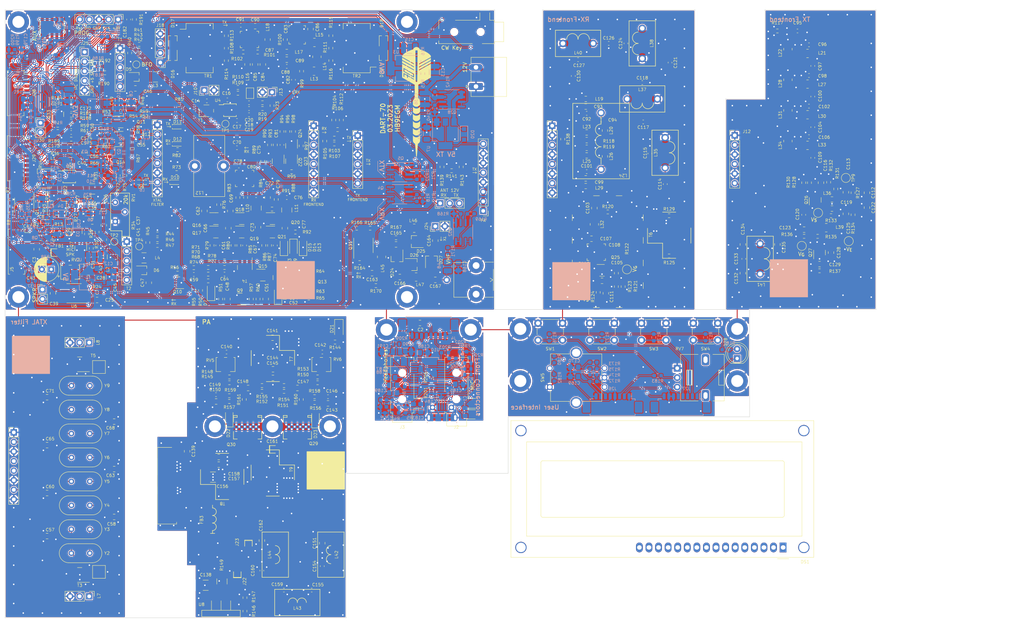
<source format=kicad_pcb>
(kicad_pcb (version 20211014) (generator pcbnew)

  (general
    (thickness 1.6)
  )

  (paper "A4")
  (title_block
    (title "DART-70 TRX")
    (date "2023-03-04")
    (rev "0")
    (company "HB9EGM")
  )

  (layers
    (0 "F.Cu" signal)
    (31 "B.Cu" signal)
    (32 "B.Adhes" user "B.Adhesive")
    (33 "F.Adhes" user "F.Adhesive")
    (34 "B.Paste" user)
    (35 "F.Paste" user)
    (36 "B.SilkS" user "B.Silkscreen")
    (37 "F.SilkS" user "F.Silkscreen")
    (38 "B.Mask" user)
    (39 "F.Mask" user)
    (40 "Dwgs.User" user "User.Drawings")
    (41 "Cmts.User" user "User.Comments")
    (42 "Eco1.User" user "User.Eco1")
    (43 "Eco2.User" user "User.Eco2")
    (44 "Edge.Cuts" user)
    (45 "Margin" user)
    (46 "B.CrtYd" user "B.Courtyard")
    (47 "F.CrtYd" user "F.Courtyard")
    (48 "B.Fab" user)
    (49 "F.Fab" user)
    (50 "User.1" user)
    (51 "User.2" user)
    (52 "User.3" user)
    (53 "User.4" user)
    (54 "User.5" user)
    (55 "User.6" user)
    (56 "User.7" user)
    (57 "User.8" user)
    (58 "User.9" user)
  )

  (setup
    (stackup
      (layer "F.SilkS" (type "Top Silk Screen"))
      (layer "F.Paste" (type "Top Solder Paste"))
      (layer "F.Mask" (type "Top Solder Mask") (thickness 0.01))
      (layer "F.Cu" (type "copper") (thickness 0.035))
      (layer "dielectric 1" (type "core") (thickness 1.51) (material "FR4") (epsilon_r 4.5) (loss_tangent 0.02))
      (layer "B.Cu" (type "copper") (thickness 0.035))
      (layer "B.Mask" (type "Bottom Solder Mask") (thickness 0.01))
      (layer "B.Paste" (type "Bottom Solder Paste"))
      (layer "B.SilkS" (type "Bottom Silk Screen"))
      (copper_finish "None")
      (dielectric_constraints no)
    )
    (pad_to_mask_clearance 0)
    (pcbplotparams
      (layerselection 0x0000130_ffffffff)
      (disableapertmacros false)
      (usegerberextensions false)
      (usegerberattributes true)
      (usegerberadvancedattributes true)
      (creategerberjobfile true)
      (svguseinch false)
      (svgprecision 6)
      (excludeedgelayer true)
      (plotframeref false)
      (viasonmask false)
      (mode 1)
      (useauxorigin false)
      (hpglpennumber 1)
      (hpglpenspeed 20)
      (hpglpendiameter 15.000000)
      (dxfpolygonmode true)
      (dxfimperialunits true)
      (dxfusepcbnewfont true)
      (psnegative false)
      (psa4output false)
      (plotreference true)
      (plotvalue true)
      (plotinvisibletext false)
      (sketchpadsonfab false)
      (subtractmaskfromsilk false)
      (outputformat 5)
      (mirror false)
      (drillshape 0)
      (scaleselection 1)
      (outputdirectory "out")
    )
  )

  (net 0 "")
  (net 1 "+12V")
  (net 2 "GND")
  (net 3 "Net-(C1-Pad1)")
  (net 4 "Net-(C3-Pad1)")
  (net 5 "+9VA")
  (net 6 "/MIC")
  (net 7 "Net-(C6-Pad2)")
  (net 8 "+5VA")
  (net 9 "Net-(C1-Pad2)")
  (net 10 "Net-(C2-Pad2)")
  (net 11 "Net-(C4-Pad1)")
  (net 12 "Net-(C14-Pad1)")
  (net 13 "Net-(C14-Pad2)")
  (net 14 "Net-(C15-Pad1)")
  (net 15 "/BFO")
  (net 16 "Net-(C5-Pad1)")
  (net 17 "Net-(C5-Pad2)")
  (net 18 "Net-(C9-Pad2)")
  (net 19 "/Antenna Switch/TX")
  (net 20 "Net-(C18-Pad1)")
  (net 21 "Net-(C18-Pad2)")
  (net 22 "Net-(C19-Pad1)")
  (net 23 "Net-(C21-Pad1)")
  (net 24 "Net-(C20-Pad1)")
  (net 25 "Net-(C20-Pad2)")
  (net 26 "Net-(C22-Pad1)")
  (net 27 "Net-(C23-Pad1)")
  (net 28 "Net-(C23-Pad2)")
  (net 29 "Net-(C25-Pad1)")
  (net 30 "Net-(C21-Pad2)")
  (net 31 "Net-(C26-Pad1)")
  (net 32 "Net-(C22-Pad2)")
  (net 33 "Net-(C26-Pad2)")
  (net 34 "Net-(C28-Pad1)")
  (net 35 "+VRX")
  (net 36 "Net-(C31-Pad1)")
  (net 37 "Net-(C33-Pad1)")
  (net 38 "/Baseband/VAGC")
  (net 39 "Net-(C28-Pad2)")
  (net 40 "Net-(C39-Pad1)")
  (net 41 "Net-(C29-Pad1)")
  (net 42 "Net-(C40-Pad2)")
  (net 43 "Net-(C41-Pad2)")
  (net 44 "Net-(C34-Pad1)")
  (net 45 "/Baseband/SPKR_OUT")
  (net 46 "Net-(C35-Pad1)")
  (net 47 "Net-(C44-Pad2)")
  (net 48 "Net-(C40-Pad1)")
  (net 49 "Net-(C45-Pad2)")
  (net 50 "Net-(C46-Pad1)")
  (net 51 "Net-(C46-Pad2)")
  (net 52 "Net-(C47-Pad1)")
  (net 53 "Net-(C47-Pad2)")
  (net 54 "Net-(C48-Pad1)")
  (net 55 "Net-(C48-Pad2)")
  (net 56 "Net-(C49-Pad1)")
  (net 57 "Net-(C49-Pad2)")
  (net 58 "Net-(C50-Pad1)")
  (net 59 "Net-(C42-Pad2)")
  (net 60 "Net-(C43-Pad1)")
  (net 61 "Net-(C53-Pad1)")
  (net 62 "Net-(C50-Pad2)")
  (net 63 "Net-(C54-Pad2)")
  (net 64 "Net-(C51-Pad1)")
  (net 65 "Net-(C55-Pad2)")
  (net 66 "Net-(C56-Pad2)")
  (net 67 "Net-(C57-Pad2)")
  (net 68 "Net-(C52-Pad2)")
  (net 69 "Net-(C54-Pad1)")
  (net 70 "Net-(C60-Pad2)")
  (net 71 "Net-(C56-Pad1)")
  (net 72 "Net-(C58-Pad2)")
  (net 73 "Net-(C63-Pad2)")
  (net 74 "Net-(C64-Pad2)")
  (net 75 "Net-(C59-Pad1)")
  (net 76 "Net-(C65-Pad2)")
  (net 77 "Net-(C66-Pad2)")
  (net 78 "Net-(C67-Pad2)")
  (net 79 "Net-(C61-Pad2)")
  (net 80 "Net-(C69-Pad1)")
  (net 81 "Net-(C62-Pad1)")
  (net 82 "Net-(C70-Pad2)")
  (net 83 "Net-(C71-Pad2)")
  (net 84 "Net-(C66-Pad1)")
  (net 85 "Net-(C72-Pad2)")
  (net 86 "Net-(C73-Pad2)")
  (net 87 "Net-(C74-Pad2)")
  (net 88 "Net-(C75-Pad2)")
  (net 89 "Net-(C68-Pad2)")
  (net 90 "Net-(C76-Pad2)")
  (net 91 "Net-(C70-Pad1)")
  (net 92 "Net-(C73-Pad1)")
  (net 93 "Net-(C77-Pad1)")
  (net 94 "Net-(C81-Pad1)")
  (net 95 "Net-(C81-Pad2)")
  (net 96 "Net-(C82-Pad1)")
  (net 97 "Net-(C82-Pad2)")
  (net 98 "Net-(C83-Pad2)")
  (net 99 "Net-(C77-Pad2)")
  (net 100 "Net-(C79-Pad1)")
  (net 101 "Net-(C87-Pad2)")
  (net 102 "Net-(C83-Pad1)")
  (net 103 "/70MHz VHF Frontend/VHF_RX")
  (net 104 "/70MHz VHF Frontend/TX_FROM_MIX")
  (net 105 "Net-(C84-Pad2)")
  (net 106 "Net-(C87-Pad1)")
  (net 107 "Net-(C88-Pad2)")
  (net 108 "Net-(C101-Pad2)")
  (net 109 "Net-(C91-Pad2)")
  (net 110 "Net-(C94-Pad1)")
  (net 111 "Net-(C95-Pad2)")
  (net 112 "Net-(C109-Pad2)")
  (net 113 "/70MHz VHF Frontend/+VTX_FE")
  (net 114 "Net-(C111-Pad2)")
  (net 115 "Net-(C103-Pad2)")
  (net 116 "Net-(C104-Pad1)")
  (net 117 "Net-(C114-Pad2)")
  (net 118 "Net-(C105-Pad2)")
  (net 119 "Net-(C110-Pad1)")
  (net 120 "Net-(C120-Pad1)")
  (net 121 "Net-(C120-Pad2)")
  (net 122 "Net-(C121-Pad1)")
  (net 123 "Net-(C125-Pad2)")
  (net 124 "Net-(C126-Pad1)")
  (net 125 "Net-(C128-Pad1)")
  (net 126 "Net-(C128-Pad2)")
  (net 127 "Net-(C129-Pad1)")
  (net 128 "/70MHz VHF Frontend/RX_TO_MIX")
  (net 129 "/70MHz VHF Frontend/VHF_TX")
  (net 130 "Net-(C113-Pad2)")
  (net 131 "VGG1")
  (net 132 "Net-(C114-Pad1)")
  (net 133 "Net-(C116-Pad2)")
  (net 134 "Net-(C117-Pad2)")
  (net 135 "Net-(C119-Pad2)")
  (net 136 "Net-(C144-Pad1)")
  (net 137 "Net-(C144-Pad2)")
  (net 138 "VGG2")
  (net 139 "+3V3")
  (net 140 "/PA 70MHz/VG_5V")
  (net 141 "Net-(C138-Pad1)")
  (net 142 "Net-(C139-Pad1)")
  (net 143 "Net-(C159-Pad2)")
  (net 144 "/Control on separate board/ENC_B")
  (net 145 "/Control on separate board/ENC_A")
  (net 146 "/Control on separate board/3.3V_UI")
  (net 147 "Net-(C139-Pad2)")
  (net 148 "Net-(C171-Pad1)")
  (net 149 "Net-(C172-Pad1)")
  (net 150 "Net-(C147-Pad1)")
  (net 151 "Net-(C148-Pad1)")
  (net 152 "Net-(C151-Pad2)")
  (net 153 "Net-(C165-Pad1)")
  (net 154 "Net-(C154-Pad2)")
  (net 155 "Net-(D5-Pad1)")
  (net 156 "Net-(D5-Pad2)")
  (net 157 "Net-(D6-Pad1)")
  (net 158 "Net-(D6-Pad2)")
  (net 159 "Net-(D7-Pad2)")
  (net 160 "Net-(D8-Pad2)")
  (net 161 "Net-(C153-Pad2)")
  (net 162 "Net-(D10-Pad1)")
  (net 163 "Net-(D9-Pad2)")
  (net 164 "Net-(D11-Pad1)")
  (net 165 "Net-(D10-Pad2)")
  (net 166 "Net-(D13-Pad2)")
  (net 167 "Net-(D14-Pad2)")
  (net 168 "Net-(D15-Pad2)")
  (net 169 "Net-(D16-Pad1)")
  (net 170 "Net-(D16-Pad2)")
  (net 171 "Net-(D16-Pad3)")
  (net 172 "Net-(D17-Pad3)")
  (net 173 "Net-(D18-Pad1)")
  (net 174 "Net-(D18-Pad2)")
  (net 175 "Net-(D18-Pad3)")
  (net 176 "Net-(D19-Pad3)")
  (net 177 "Net-(C152-Pad2)")
  (net 178 "Net-(D21-Pad2)")
  (net 179 "/Control on separate board/STATUSn")
  (net 180 "Net-(D23-Pad2)")
  (net 181 "unconnected-(DS1-Pad1)")
  (net 182 "unconnected-(DS1-Pad2)")
  (net 183 "unconnected-(DS1-Pad3)")
  (net 184 "unconnected-(DS1-Pad4)")
  (net 185 "unconnected-(DS1-Pad5)")
  (net 186 "unconnected-(DS1-Pad6)")
  (net 187 "unconnected-(DS1-Pad7)")
  (net 188 "unconnected-(DS1-Pad8)")
  (net 189 "unconnected-(DS1-Pad9)")
  (net 190 "unconnected-(DS1-Pad10)")
  (net 191 "unconnected-(DS1-Pad11)")
  (net 192 "unconnected-(DS1-Pad12)")
  (net 193 "unconnected-(DS1-Pad13)")
  (net 194 "unconnected-(DS1-Pad14)")
  (net 195 "unconnected-(DS1-Pad15)")
  (net 196 "unconnected-(DS1-Pad16)")
  (net 197 "Net-(FB1-Pad2)")
  (net 198 "Net-(C164-Pad1)")
  (net 199 "Net-(C30-Pad2)")
  (net 200 "Net-(C166-Pad1)")
  (net 201 "Net-(C167-Pad2)")
  (net 202 "Net-(C168-Pad2)")
  (net 203 "Net-(C169-Pad2)")
  (net 204 "Net-(C170-Pad1)")
  (net 205 "/CW_RING")
  (net 206 "/CW_TIP")
  (net 207 "Net-(C173-Pad1)")
  (net 208 "Net-(C30-Pad1)")
  (net 209 "Net-(C174-Pad1)")
  (net 210 "/Baseband/SPKR_DET")
  (net 211 "Net-(C180-Pad2)")
  (net 212 "Net-(C188-Pad2)")
  (net 213 "Net-(C189-Pad2)")
  (net 214 "Net-(D20-Pad1)")
  (net 215 "unconnected-(D26-Pad2)")
  (net 216 "/Baseband/GPIO_XTAL")
  (net 217 "/EN_VRX")
  (net 218 "/EN_VTX")
  (net 219 "Net-(D28-Pad1)")
  (net 220 "/Baseband/CW_KEYn")
  (net 221 "/Baseband/CW_TONE")
  (net 222 "/MIC_PTT")
  (net 223 "/Baseband/SPKR_VOL")
  (net 224 "/MUTE_MICn")
  (net 225 "/SDA")
  (net 226 "/SCL")
  (net 227 "/S_METER")
  (net 228 "/Baseband/VHF_IN")
  (net 229 "/Baseband/VHF_OUT")
  (net 230 "/CLK1")
  (net 231 "unconnected-(D27-Pad2)")
  (net 232 "+VTX")
  (net 233 "Net-(D28-Pad2)")
  (net 234 "unconnected-(J2-PadNC)")
  (net 235 "unconnected-(J2-PadR1)")
  (net 236 "Net-(J2-PadT)")
  (net 237 "/Control on separate board/DISP_LAT")
  (net 238 "/Control on separate board/I2C2_SDA")
  (net 239 "/Control on separate board/I2C2_SCL")
  (net 240 "/Control on separate board/PC14")
  (net 241 "/Control on separate board/PC13")
  (net 242 "unconnected-(J2-PadTN)")
  (net 243 "/Control on separate board/USART1_TX")
  (net 244 "/Control on separate board/USART1_RX")
  (net 245 "/Control on separate board/PB15")
  (net 246 "/Control on separate board/SWCLK")
  (net 247 "/Control on separate board/SWDIO")
  (net 248 "/Control on separate board/RESETn")
  (net 249 "/LO1")
  (net 250 "Net-(L14-Pad1)")
  (net 251 "Net-(J3-PadR)")
  (net 252 "Net-(J3-PadTN)")
  (net 253 "Net-(L21-Pad2)")
  (net 254 "Net-(L23-Pad2)")
  (net 255 "Net-(L25-Pad2)")
  (net 256 "Net-(Q1-Pad2)")
  (net 257 "Net-(J5-Pad4)")
  (net 258 "unconnected-(J8-PadTN)")
  (net 259 "Net-(J15-Pad2)")
  (net 260 "Net-(J17-Pad2)")
  (net 261 "unconnected-(J17-Pad4)")
  (net 262 "unconnected-(J17-Pad5)")
  (net 263 "Net-(J17-Pad7)")
  (net 264 "Net-(J20-Pad5)")
  (net 265 "Net-(Q13-Pad1)")
  (net 266 "Net-(J22-Pad1)")
  (net 267 "Net-(J26-Pad2)")
  (net 268 "Net-(Q16-Pad2)")
  (net 269 "Net-(Q18-Pad2)")
  (net 270 "Net-(J26-Pad3)")
  (net 271 "Net-(J26-Pad5)")
  (net 272 "Net-(Q23-Pad1)")
  (net 273 "Net-(J27-Pad2)")
  (net 274 "/70MHz VHF Frontend/+VRX_FE")
  (net 275 "Net-(J27-Pad3)")
  (net 276 "Net-(J27-Pad4)")
  (net 277 "Net-(J27-Pad5)")
  (net 278 "Net-(J33-Pad1)")
  (net 279 "Net-(J33-Pad4)")
  (net 280 "Net-(R31-Pad2)")
  (net 281 "Net-(L13-Pad1)")
  (net 282 "Net-(L18-Pad1)")
  (net 283 "Net-(L20-Pad2)")
  (net 284 "Net-(L30-Pad2)")
  (net 285 "Net-(L33-Pad2)")
  (net 286 "Net-(Q2-Pad1)")
  (net 287 "Net-(Q3-Pad1)")
  (net 288 "Net-(Q4-Pad4)")
  (net 289 "Net-(Q5-Pad4)")
  (net 290 "Net-(Q8-Pad1)")
  (net 291 "Net-(Q9-Pad1)")
  (net 292 "Net-(Q12-Pad2)")
  (net 293 "Net-(Q13-Pad3)")
  (net 294 "/Control on separate board/BTN0")
  (net 295 "/Control on separate board/BTN1")
  (net 296 "/Control on separate board/BTN2")
  (net 297 "/Control on separate board/BTN3")
  (net 298 "Net-(Q15-Pad1)")
  (net 299 "/Control on separate board/ENC_BTN")
  (net 300 "/Control on separate board/XTAL1")
  (net 301 "/Control on separate board/XTAL2")
  (net 302 "/Control on separate board/PWM_CW")
  (net 303 "/Control on separate board/MUTE_SPKR")
  (net 304 "Net-(Q16-Pad3)")
  (net 305 "/Control on separate board/BOOT0")
  (net 306 "/Control on separate board/BOOT1")
  (net 307 "unconnected-(T3-Pad2)")
  (net 308 "unconnected-(T5-Pad2)")
  (net 309 "unconnected-(TR1-Pad10)")
  (net 310 "unconnected-(TR1-Pad15)")
  (net 311 "unconnected-(TR2-Pad10)")
  (net 312 "unconnected-(TR2-Pad15)")
  (net 313 "Net-(U4-Pad3)")
  (net 314 "Net-(Q20-Pad2)")
  (net 315 "Net-(D22-Pad2)")
  (net 316 "unconnected-(T4-Pad2)")
  (net 317 "/Antenna Switch/RX")
  (net 318 "Net-(Q22-Pad1)")
  (net 319 "Net-(Q25-Pad1)")
  (net 320 "Net-(L27-Pad2)")
  (net 321 "Net-(Q26-Pad4)")
  (net 322 "Net-(Q28-Pad4)")
  (net 323 "Net-(Q30-Pad1)")
  (net 324 "Net-(Q31-Pad5)")
  (net 325 "/Antenna Switch/ANT")
  (net 326 "/Antenna Switch/V_{PIN}")
  (net 327 "Net-(Q31-Pad7)")
  (net 328 "Net-(Q32-Pad4)")
  (net 329 "/TX_to_PA")
  (net 330 "/Baseband/AGC_to_METER")
  (net 331 "Net-(Q32-Pad5)")
  (net 332 "/PA 70MHz/V_{DD}")
  (net 333 "Net-(R32-Pad2)")
  (net 334 "Net-(C137-Pad1)")
  (net 335 "Net-(R37-Pad2)")
  (net 336 "Net-(FB3-Pad1)")
  (net 337 "Net-(R40-Pad1)")
  (net 338 "Net-(C162-Pad2)")
  (net 339 "Net-(R40-Pad2)")
  (net 340 "Net-(R44-Pad1)")
  (net 341 "Net-(Q1-Pad4)")
  (net 342 "Net-(C148-Pad2)")
  (net 343 "Net-(R45-Pad1)")
  (net 344 "Net-(Q29-Pad1)")
  (net 345 "Net-(C147-Pad2)")
  (net 346 "Net-(C163-Pad1)")
  (net 347 "Net-(R103-Pad1)")
  (net 348 "Net-(R110-Pad1)")
  (net 349 "Net-(R111-Pad1)")
  (net 350 "Net-(R121-Pad2)")
  (net 351 "/VOX_PTTn")
  (net 352 "Net-(D11-Pad2)")
  (net 353 "/EN_PA")
  (net 354 "Net-(JP2-Pad2)")
  (net 355 "Net-(R146-Pad1)")
  (net 356 "Net-(R148-Pad1)")
  (net 357 "Net-(R153-Pad1)")
  (net 358 "Net-(R172-Pad1)")
  (net 359 "unconnected-(D24-Pad2)")
  (net 360 "unconnected-(D25-Pad2)")
  (net 361 "Net-(R173-Pad2)")
  (net 362 "Net-(R183-Pad2)")
  (net 363 "/USB Audio/AF_OUT_L")
  (net 364 "/USB Audio/AF_IN")
  (net 365 "Net-(C183-Pad2)")
  (net 366 "Net-(C184-Pad2)")
  (net 367 "/USB Audio/VCC")
  (net 368 "/USB Audio/VDD")
  (net 369 "Net-(R194-Pad2)")
  (net 370 "/USB Audio/AF_OUT_R")
  (net 371 "Net-(R195-Pad2)")
  (net 372 "/USB Audio/XTI")
  (net 373 "/USB Audio/XTO")
  (net 374 "Net-(R206-Pad2)")
  (net 375 "/USB Audio/USB_DM")
  (net 376 "/USB Audio/USB_DP")
  (net 377 "Net-(R207-Pad2)")
  (net 378 "Net-(R208-Pad2)")
  (net 379 "unconnected-(U9-Pad1)")
  (net 380 "Net-(R203-Pad2)")
  (net 381 "Net-(R204-Pad2)")
  (net 382 "unconnected-(U10-Pad24)")
  (net 383 "/Control on separate board/USB_DM")
  (net 384 "/Control on separate board/USB_DP")
  (net 385 "unconnected-(U10-Pad25)")
  (net 386 "unconnected-(U10-Pad28)")
  (net 387 "Net-(C100-Pad2)")
  (net 388 "Net-(C100-Pad1)")
  (net 389 "Net-(C107-Pad1)")
  (net 390 "Net-(Q11-Pad3)")
  (net 391 "Net-(R108-Pad1)")
  (net 392 "Net-(R108-Pad2)")
  (net 393 "Net-(R180-Pad1)")

  (footprint "Capacitor_SMD:C_0603_1608Metric_Pad1.08x0.95mm_HandSolder" (layer "F.Cu") (at 30.48 52.832 180))

  (footprint "Resistor_SMD:R_0603_1608Metric_Pad0.98x0.95mm_HandSolder" (layer "F.Cu") (at 224.663 66.167 -90))

  (footprint "Crystal:Crystal_HC49-U_Vertical" (layer "F.Cu") (at 30.531 145.41))

  (footprint "Resistor_SMD:R_0603_1608Metric_Pad0.98x0.95mm_HandSolder" (layer "F.Cu") (at 72.42 119.228))

  (footprint "Resistor_SMD:R_0603_1608Metric_Pad0.98x0.95mm_HandSolder" (layer "F.Cu") (at 89.916 79.248))

  (footprint "Package_SO:MSOP-10_3x3mm_P0.5mm" (layer "F.Cu") (at 29.972 64.516))

  (footprint "mpb:four_4mm_pads_narrow" (layer "F.Cu") (at 83.85 112.624 -90))

  (footprint "Potentiometer_SMD:Potentiometer_Bourns_3214W_Vertical" (layer "F.Cu") (at 23.368 65.024 -90))

  (footprint "Potentiometer_SMD:Potentiometer_Bourns_3214W_Vertical" (layer "F.Cu") (at 26.67 72.898 180))

  (footprint "Resistor_SMD:R_0603_1608Metric_Pad0.98x0.95mm_HandSolder" (layer "F.Cu") (at 237.744 74.676 90))

  (footprint "Capacitor_SMD:C_0603_1608Metric_Pad1.08x0.95mm_HandSolder" (layer "F.Cu") (at 183.896 58.42 -90))

  (footprint "Resistor_SMD:R_0603_1608Metric_Pad0.98x0.95mm_HandSolder" (layer "F.Cu") (at 59.0785 45.466))

  (footprint "Capacitor_SMD:C_0603_1608Metric_Pad1.08x0.95mm_HandSolder" (layer "F.Cu") (at 42.672 44.45 90))

  (footprint "Resistor_SMD:R_0603_1608Metric_Pad0.98x0.95mm_HandSolder" (layer "F.Cu") (at 228.346 80.391 180))

  (footprint "Capacitor_SMD:C_0805_2012Metric_Pad1.18x1.45mm_HandSolder" (layer "F.Cu") (at 83.977 115.672))

  (footprint "Capacitor_SMD:C_0805_2012Metric_Pad1.18x1.45mm_HandSolder" (layer "F.Cu") (at 83.9555 117.958))

  (footprint "Diode_SMD:D_SOD-123F" (layer "F.Cu") (at 86.868 83.312 90))

  (footprint "Resistor_SMD:R_0603_1608Metric_Pad0.98x0.95mm_HandSolder" (layer "F.Cu") (at 48.514 32.507 180))

  (footprint "mpb:PLD-1.5W" (layer "F.Cu") (at 77.246 130.912))

  (footprint "Capacitor_SMD:C_0805_2012Metric_Pad1.18x1.45mm_HandSolder" (layer "F.Cu") (at 61.214 137.414 -90))

  (footprint "Capacitor_SMD:C_0805_2012Metric_Pad1.18x1.45mm_HandSolder" (layer "F.Cu") (at 208.534 82.55 -90))

  (footprint "Inductor_SMD:L_1008_2520Metric_Pad1.43x2.20mm_HandSolder" (layer "F.Cu") (at 220.472 30.734 90))

  (footprint "Package_TO_SOT_SMD:SOT-23" (layer "F.Cu") (at 58.674 92.71 180))

  (footprint "MountingHole:MountingHole_3.2mm_M3_DIN965_Pad" (layer "F.Cu") (at 149.536 104.956))

  (footprint "Resistor_SMD:R_0603_1608Metric_Pad0.98x0.95mm_HandSolder" (layer "F.Cu") (at 46.6575 52.07 90))

  (footprint "TestPoint:TestPoint_Pad_3.0x3.0mm" (layer "F.Cu") (at 37.846 169.418))

  (footprint "Capacitor_SMD:C_0805_2012Metric_Pad1.18x1.45mm_HandSolder" (layer "F.Cu") (at 168.402 81.026 180))

  (footprint "Inductor_SMD:L_1008_2520Metric_Pad1.43x2.20mm_HandSolder" (layer "F.Cu") (at 94.957 28.956))

  (footprint "Connector_PinHeader_1.27mm:PinHeader_2x05_P1.27mm_Vertical_SMD" (layer "F.Cu") (at 25.4 24.892 90))

  (footprint "Capacitor_SMD:C_0805_2012Metric_Pad1.18x1.45mm_HandSolder" (layer "F.Cu") (at 97.028 161.798 90))

  (footprint "Capacitor_SMD:C_0603_1608Metric_Pad1.08x0.95mm_HandSolder" (layer "F.Cu") (at 40.8155 51.562 90))

  (footprint "Connector_Phoenix_MC_HighVoltage:PhoenixContact_MC_1,5_2-G-5.08_1x02_P5.08mm_Horizontal" (layer "F.Cu") (at 137.7835 40.64 90))

  (footprint "Inductor_SMD:L_1008_2520Metric_Pad1.43x2.20mm_HandSolder" (layer "F.Cu") (at 220.472 55.118 90))

  (footprint "Connector_PinHeader_2.54mm:PinHeader_1x03_P2.54mm_Vertical" (layer "F.Cu") (at 128.285 71.628 90))

  (footprint "Capacitor_SMD:C_0805_2012Metric_Pad1.18x1.45mm_HandSolder" (layer "F.Cu") (at 82.042 97.028 -90))

  (footprint "Capacitor_SMD:C_0603_1608Metric_Pad1.08x0.95mm_HandSolder" (layer "F.Cu") (at 89.408 38.862 90))

  (footprint "Resistor_SMD:R_0603_1608Metric_Pad0.98x0.95mm_HandSolder" (layer "F.Cu") (at 39.7995 48.768))

  (footprint "Inductor_SMD:L_0805_2012Metric_Pad1.15x1.40mm_HandSolder" (layer "F.Cu") (at 167.132 52.832 180))

  (footprint "TestPoint:TestPoint_Pad_D2.0mm" (layer "F.Cu") (at 236.601 81.661 -90))

  (footprint "Resistor_SMD:R_0603_1608Metric_Pad0.98x0.95mm_HandSolder" (layer "F.Cu") (at 72.39 124.206 180))

  (footprint "Package_TO_SOT_SMD:SOT-323_SC-70_Handsoldering" (layer "F.Cu") (at 57.404 27.9185 90))

  (footprint "Resistor_SMD:R_0603_1608Metric_Pad0.98x0.95mm_HandSolder" (layer "F.Cu") (at 76.543 179.822 -90))

  (footprint "Resistor_SMD:R_0603_1608Metric_Pad0.98x0.95mm_HandSolder" (layer "F.Cu") (at 74.676 70.104 -90))

  (footprint "Capacitor_SMD:C_0603_1608Metric_Pad1.08x0.95mm_HandSolder" (layer "F.Cu") (at 76.454 82.804 90))

  (footprint "Potentiometer_SMD:Potentiometer_Bourns_3214W_Vertical" (layer "F.Cu") (at 96.804 114.402))

  (footprint "Capacitor_SMD:C_0805_2012Metric_Pad1.18x1.45mm_HandSolder" (layer "F.Cu") (at 241.427 68.834 90))

  (footprint "Capacitor_SMD:C_0805_2012Metric_Pad1.18x1.45mm_HandSolder" (layer "F.Cu") (at 41.871 129.535 180))

  (footprint "Capacitor_SMD:C_0805_2012Metric_Pad1.18x1.45mm_HandSolder" (layer "F.Cu") (at 79.248 34.798 -90))

  (footprint "Crystal:Crystal_HC49-U_Vertical" (layer "F.Cu") (at 35.431 120.01 180))

  (footprint "Jumper:SolderJumper-2_P1.3mm_Open_TrianglePad1.0x1.5mm" (layer "F.Cu") (at 77.8775 42.418 90))

  (footprint "Capacitor_SMD:C_0805_2012Metric_Pad1.18x1.45mm_HandSolder" (layer "F.Cu") (at 232.156 73.025 180))

  (footprint "Resistor_SMD:R_0603_1608Metric_Pad0.98x0.95mm_HandSolder" (layer "F.Cu") (at 89.408 52.578 -90))

  (footprint "Resistor_SMD:R_0603_1608Metric_Pad0.98x0.95mm_HandSolder" (layer "F.Cu") (at 228.854 89.535 180))

  (footprint "Resistor_SMD:R_0603_1608Metric_Pad0.98x0.95mm_HandSolder" (layer "F.Cu") (at 231.902 74.93))

  (footprint "Capacitor_SMD:C_0805_2012Metric_Pad1.18x1.45mm_HandSolder" (layer "F.Cu")
    (tedit 5F68FEEF) (tstamp 1bafce3e-a05c-40ee-9ab1-dbf1bce75a0d)
    (at 241.427 72.771 -90)
    (descr "Capacitor SMD 0805 (2012 Metric), square (rectangular) end terminal, IPC_7351 nominal w
... [6914204 chars truncated]
</source>
